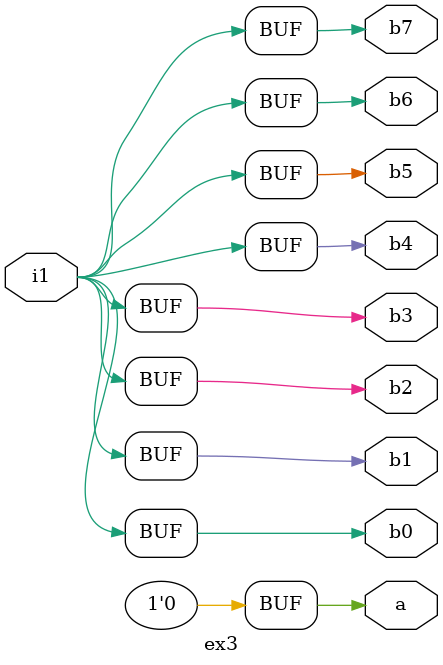
<source format=v>
module ex3(i1, b0, b1,b2, b3, b4, b5, b6,b7,a);
	input i1;
	output b0, b1,b2, b3, b4, b5, b6,b7,a;
	
	assign b0 = i1;
	assign b1 = i1;
   assign b2 = i1;
	assign b3 = i1;
	assign b4 = i1;
	assign b5 = i1;
	assign b6 = i1;
	assign b7 = i1;
	assign a = 0;


endmodule
</source>
